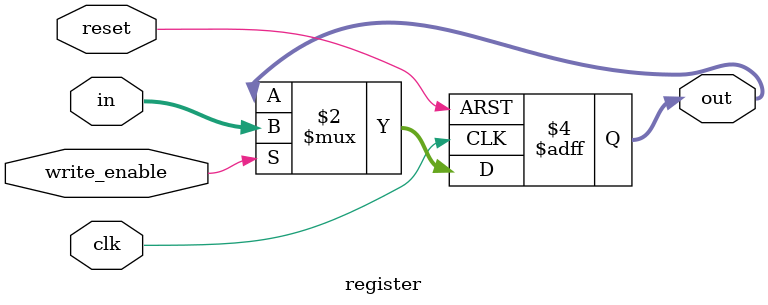
<source format=sv>
module register (input logic clk,
                 input logic         reset,
                 input logic [31:0]  in,
                 input logic         write_enable,
                 output logic [31:0] out);
   always_ff @(posedge clk, posedge reset)
     if(reset)
       out <= 0;
     else if(write_enable)
       out <= in;
endmodule

</source>
